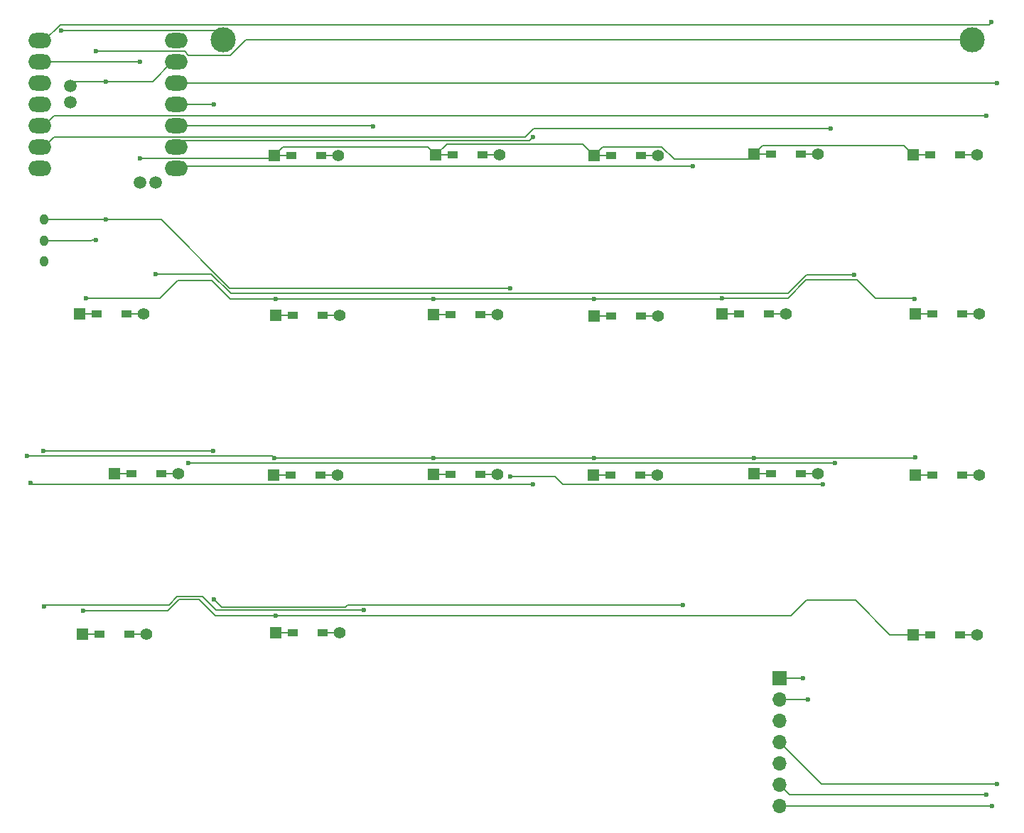
<source format=gbr>
%TF.GenerationSoftware,KiCad,Pcbnew,8.0.7*%
%TF.CreationDate,2025-02-16T08:40:01+09:00*%
%TF.ProjectId,cool642tb_R,636f6f6c-3634-4327-9462-5f522e6b6963,rev?*%
%TF.SameCoordinates,Original*%
%TF.FileFunction,Copper,L1,Top*%
%TF.FilePolarity,Positive*%
%FSLAX46Y46*%
G04 Gerber Fmt 4.6, Leading zero omitted, Abs format (unit mm)*
G04 Created by KiCad (PCBNEW 8.0.7) date 2025-02-16 08:40:01*
%MOMM*%
%LPD*%
G01*
G04 APERTURE LIST*
%TA.AperFunction,ComponentPad*%
%ADD10R,1.397000X1.397000*%
%TD*%
%TA.AperFunction,SMDPad,CuDef*%
%ADD11R,1.300000X0.950000*%
%TD*%
%TA.AperFunction,ComponentPad*%
%ADD12C,1.397000*%
%TD*%
%TA.AperFunction,ComponentPad*%
%ADD13O,1.000000X1.300000*%
%TD*%
%TA.AperFunction,ComponentPad*%
%ADD14C,1.500000*%
%TD*%
%TA.AperFunction,ComponentPad*%
%ADD15O,2.750000X1.800000*%
%TD*%
%TA.AperFunction,ComponentPad*%
%ADD16R,1.700000X1.700000*%
%TD*%
%TA.AperFunction,ComponentPad*%
%ADD17O,1.700000X1.700000*%
%TD*%
%TA.AperFunction,ComponentPad*%
%ADD18C,3.000000*%
%TD*%
%TA.AperFunction,ViaPad*%
%ADD19C,0.600000*%
%TD*%
%TA.AperFunction,Conductor*%
%ADD20C,0.200000*%
%TD*%
G04 APERTURE END LIST*
D10*
%TO.P,D7,1,K*%
%TO.N,Row2*%
X19340000Y-30010000D03*
D11*
X21375000Y-30010000D03*
%TO.P,D7,2,A*%
%TO.N,Net-(D7-A)*%
X24925000Y-30010000D03*
D12*
X26960000Y-30010000D03*
%TD*%
D10*
%TO.P,D11,1,K*%
%TO.N,Row2*%
X38370000Y-30100000D03*
D11*
X40405000Y-30100000D03*
%TO.P,D11,2,A*%
%TO.N,Net-(D11-A)*%
X43955000Y-30100000D03*
D12*
X45990000Y-30100000D03*
%TD*%
D10*
%TO.P,D20,1,K*%
%TO.N,Row3*%
X76510000Y-49200000D03*
D11*
X78545000Y-49200000D03*
%TO.P,D20,2,A*%
%TO.N,Net-(D20-A)*%
X82095000Y-49200000D03*
D12*
X84130000Y-49200000D03*
%TD*%
D10*
%TO.P,D13,1,K*%
%TO.N,Row0*%
X57500000Y8140000D03*
D11*
X59535000Y8140000D03*
%TO.P,D13,2,A*%
%TO.N,Net-(D13-A)*%
X63085000Y8140000D03*
D12*
X65120000Y8140000D03*
%TD*%
D13*
%TO.P,SW21,1,A*%
%TO.N,unconnected-(SW21-A-Pad1)*%
X-27070000Y-4670000D03*
%TO.P,SW21,2,B*%
%TO.N,Net-(BT1--)*%
X-27070000Y-2170000D03*
%TO.P,SW21,3,C*%
%TO.N,GND*%
X-27070000Y330000D03*
%TD*%
D10*
%TO.P,D15,1,K*%
%TO.N,Row2*%
X57500000Y-29950000D03*
D11*
X59535000Y-29950000D03*
%TO.P,D15,2,A*%
%TO.N,Net-(D15-A)*%
X63085000Y-29950000D03*
D12*
X65120000Y-29950000D03*
%TD*%
D10*
%TO.P,D1,1,K*%
%TO.N,Row0*%
X350000Y8000000D03*
D11*
X2385000Y8000000D03*
%TO.P,D1,2,A*%
%TO.N,Net-(D1-A)*%
X5935000Y8000000D03*
D12*
X7970000Y8000000D03*
%TD*%
D10*
%TO.P,D9,1,K*%
%TO.N,Row0*%
X38490000Y8000000D03*
D11*
X40525000Y8000000D03*
%TO.P,D9,2,A*%
%TO.N,Net-(D9-A)*%
X44075000Y8000000D03*
D12*
X46110000Y8000000D03*
%TD*%
D10*
%TO.P,D17,1,K*%
%TO.N,Row0*%
X76480000Y8060000D03*
D11*
X78515000Y8060000D03*
%TO.P,D17,2,A*%
%TO.N,Net-(D17-A)*%
X82065000Y8060000D03*
D12*
X84100000Y8060000D03*
%TD*%
D10*
%TO.P,D4,1,K*%
%TO.N,Row3*%
X-22850000Y-10950000D03*
D11*
X-20815000Y-10950000D03*
%TO.P,D4,2,A*%
%TO.N,Net-(D4-A)*%
X-17265000Y-10950000D03*
D12*
X-15230000Y-10950000D03*
%TD*%
D10*
%TO.P,D16,1,K*%
%TO.N,Row3*%
X520000Y-48970000D03*
D11*
X2555000Y-48970000D03*
%TO.P,D16,2,A*%
%TO.N,Net-(D16-A)*%
X6105000Y-48970000D03*
D12*
X8140000Y-48970000D03*
%TD*%
D10*
%TO.P,D3,1,K*%
%TO.N,Row2*%
X295000Y-30130000D03*
D11*
X2330000Y-30130000D03*
%TO.P,D3,2,A*%
%TO.N,Net-(D3-A)*%
X5880000Y-30130000D03*
D12*
X7915000Y-30130000D03*
%TD*%
D10*
%TO.P,D19,1,K*%
%TO.N,Row2*%
X76740000Y-30110000D03*
D11*
X78775000Y-30110000D03*
%TO.P,D19,2,A*%
%TO.N,Net-(D19-A)*%
X82325000Y-30110000D03*
D12*
X84360000Y-30110000D03*
%TD*%
D10*
%TO.P,D10,1,K*%
%TO.N,Row1*%
X38430000Y-11150000D03*
D11*
X40465000Y-11150000D03*
%TO.P,D10,2,A*%
%TO.N,Net-(D10-A)*%
X44015000Y-11150000D03*
D12*
X46050000Y-11150000D03*
%TD*%
D14*
%TO.P,U1,21,BATT-*%
%TO.N,GND*%
X-23915000Y16252000D03*
%TO.P,U1,20,BATT+*%
%TO.N,Bat*%
X-23915000Y14347000D03*
%TO.P,U1,16,NFC2_0.10*%
%TO.N,Col4*%
X-13755000Y4718000D03*
%TO.P,U1,15,NFC1_0.09*%
%TO.N,CS*%
X-15634600Y4718000D03*
D15*
%TO.P,U1,14,5V*%
%TO.N,VCC*%
X-11350000Y21650000D03*
%TO.P,U1,13,GND*%
%TO.N,GND*%
X-11350000Y19110000D03*
%TO.P,U1,12,3V3*%
%TO.N,3.3V*%
X-11350000Y16570000D03*
%TO.P,U1,11,P1.15_D10_MOSI*%
%TO.N,Col0*%
X-11350000Y14030000D03*
%TO.P,U1,10,P1.14_D9_MISO*%
%TO.N,Col1*%
X-11350000Y11490000D03*
%TO.P,U1,9,P1.13_D8_SCK*%
%TO.N,Col2*%
X-11350000Y8950000D03*
%TO.P,U1,8,P1.12_D7_RX*%
%TO.N,Col3*%
X-11350000Y6410000D03*
%TO.P,U1,7,P1.11_D6_TX*%
%TO.N,Row3*%
X-27590000Y6410000D03*
%TO.P,U1,6,P0.05_A5_D5_SCL*%
%TO.N,SCLK*%
X-27590000Y8950000D03*
%TO.P,U1,5,P0.04_A4_D4_SDA*%
%TO.N,SDIO*%
X-27590000Y11490000D03*
%TO.P,U1,4,P0.29_A3_D3*%
%TO.N,Row2*%
X-27590000Y14030000D03*
%TO.P,U1,3,P0.28_A2_D2*%
%TO.N,Row1*%
X-27590000Y16570000D03*
%TO.P,U1,2,P0.03_A1_D1*%
%TO.N,Row0*%
X-27590000Y19110000D03*
%TO.P,U1,1,P0.02_A0_D0*%
%TO.N,MOTION*%
X-27590000Y21650000D03*
%TD*%
D10*
%TO.P,D2,1,K*%
%TO.N,Row1*%
X500000Y-11080000D03*
D11*
X2535000Y-11080000D03*
%TO.P,D2,2,A*%
%TO.N,Net-(D2-A)*%
X6085000Y-11080000D03*
D12*
X8120000Y-11080000D03*
%TD*%
D16*
%TO.P,J1,1,SCLK*%
%TO.N,SCLK*%
X60590000Y-54350000D03*
D17*
%TO.P,J1,2,nCS*%
%TO.N,CS*%
X60590000Y-56890000D03*
%TO.P,J1,3,GND*%
%TO.N,GND*%
X60590000Y-59430000D03*
%TO.P,J1,4,Vin*%
%TO.N,3.3V*%
X60590000Y-61970000D03*
%TO.P,J1,5,nc*%
%TO.N,unconnected-(J1-nc-Pad5)*%
X60590000Y-64510000D03*
%TO.P,J1,6,SDIO*%
%TO.N,SDIO*%
X60590000Y-67050000D03*
%TO.P,J1,7,MOTION*%
%TO.N,MOTION*%
X60590000Y-69590000D03*
%TD*%
D10*
%TO.P,D6,1,K*%
%TO.N,Row1*%
X19340000Y-10980000D03*
D11*
X21375000Y-10980000D03*
%TO.P,D6,2,A*%
%TO.N,Net-(D6-A)*%
X24925000Y-10980000D03*
D12*
X26960000Y-10980000D03*
%TD*%
D10*
%TO.P,D8,1,K*%
%TO.N,Row3*%
X-18680000Y-29980000D03*
D11*
X-16645000Y-29980000D03*
%TO.P,D8,2,A*%
%TO.N,Net-(D8-A)*%
X-13095000Y-29980000D03*
D12*
X-11060000Y-29980000D03*
%TD*%
D10*
%TO.P,D14,1,K*%
%TO.N,Row1*%
X53680000Y-10930000D03*
D11*
X55715000Y-10930000D03*
%TO.P,D14,2,A*%
%TO.N,Net-(D14-A)*%
X59265000Y-10930000D03*
D12*
X61300000Y-10930000D03*
%TD*%
D10*
%TO.P,D12,1,K*%
%TO.N,Row3*%
X-22500000Y-49140000D03*
D11*
X-20465000Y-49140000D03*
%TO.P,D12,2,A*%
%TO.N,Net-(D12-A)*%
X-16915000Y-49140000D03*
D12*
X-14880000Y-49140000D03*
%TD*%
D10*
%TO.P,D5,1,K*%
%TO.N,Row0*%
X19600000Y8040000D03*
D11*
X21635000Y8040000D03*
%TO.P,D5,2,A*%
%TO.N,Net-(D5-A)*%
X25185000Y8040000D03*
D12*
X27220000Y8040000D03*
%TD*%
D10*
%TO.P,D18,1,K*%
%TO.N,Row1*%
X76730000Y-10920000D03*
D11*
X78765000Y-10920000D03*
%TO.P,D18,2,A*%
%TO.N,Net-(D18-A)*%
X82315000Y-10920000D03*
D12*
X84350000Y-10920000D03*
%TD*%
D18*
%TO.P,BT1,1,+*%
%TO.N,Bat*%
X-5730000Y21730000D03*
%TO.P,BT1,2,-*%
%TO.N,Net-(BT1--)*%
X83540000Y21770000D03*
%TD*%
D19*
%TO.N,SDIO*%
X85180000Y12690000D03*
%TO.N,Row2*%
X-29120000Y-27840000D03*
%TO.N,Row0*%
X-15660000Y7650000D03*
X-15660000Y19160000D03*
%TO.N,GND*%
X-19710000Y16800000D03*
X-19700000Y330000D03*
%TO.N,Net-(BT1--)*%
X-20910000Y-2100000D03*
X-20880000Y20410000D03*
%TO.N,Bat*%
X-25040000Y22850000D03*
%TO.N,3.3V*%
X86480000Y16630000D03*
%TO.N,Col0*%
X-6860000Y14050000D03*
%TO.N,Col1*%
X12110000Y11420000D03*
%TO.N,Col2*%
X31160000Y10190000D03*
%TO.N,Col3*%
X50250000Y6670000D03*
%TO.N,Col4*%
X-13750000Y-6160000D03*
%TO.N,MOTION*%
X85780000Y23850000D03*
%TO.N,Row1*%
X76650000Y-9160000D03*
X53670000Y-9040000D03*
X510000Y-9100000D03*
X-22060000Y-9070000D03*
X38450000Y-9100000D03*
X19340000Y-9100000D03*
%TO.N,Row2*%
X340000Y-28070000D03*
X38470000Y-28070000D03*
X19360000Y-28070000D03*
X76720000Y-28030000D03*
X57530000Y-28070000D03*
%TO.N,Row3*%
X560000Y-46930000D03*
X-22450000Y-46340000D03*
%TO.N,GND*%
X65680000Y-31230000D03*
X28480000Y-7840000D03*
X28470000Y-30300000D03*
%TO.N,CS*%
X63910000Y-56860000D03*
X67120000Y-28720000D03*
X-9850000Y-28700000D03*
%TO.N,SCLK*%
X66680000Y11170000D03*
X63310000Y-54390000D03*
%TO.N,MOTION*%
X85880000Y-69630000D03*
%TO.N,3.3V*%
X86460000Y-66960000D03*
%TO.N,SDIO*%
X85180000Y-68240000D03*
%TO.N,Col0*%
X-27130000Y-27240000D03*
X-6900000Y-27240000D03*
%TO.N,Col1*%
X-27100000Y-45810000D03*
X11050000Y-46230000D03*
%TO.N,Col2*%
X-28700000Y-31100000D03*
X31200000Y-31240000D03*
%TO.N,Col3*%
X-6850000Y-44940000D03*
X49020000Y-45640000D03*
%TO.N,Col4*%
X69430000Y-6240000D03*
%TD*%
D20*
%TO.N,SDIO*%
X-25890000Y12690000D02*
X85180000Y12690000D01*
X-27090000Y11490000D02*
X-25890000Y12690000D01*
%TO.N,SCLK*%
X-27090000Y8950000D02*
X-25880000Y10160000D01*
X31291471Y11170000D02*
X66680000Y11170000D01*
X-25880000Y10160000D02*
X30281471Y10160000D01*
X30281471Y10160000D02*
X31291471Y11170000D01*
%TO.N,Row2*%
X-29120000Y-27840000D02*
X110000Y-27840000D01*
X110000Y-27840000D02*
X340000Y-28070000D01*
%TO.N,Row0*%
X-27090000Y19110000D02*
X-15710000Y19110000D01*
X-15710000Y19110000D02*
X-15660000Y19160000D01*
X-15660000Y7650000D02*
X0Y7650000D01*
X0Y7650000D02*
X350000Y8000000D01*
%TO.N,GND*%
X-23367000Y16800000D02*
X-19710000Y16800000D01*
X-19710000Y16800000D02*
X-19640000Y16800000D01*
X-19640000Y16800000D02*
X-14160000Y16800000D01*
X-23915000Y16252000D02*
X-23367000Y16800000D01*
X-14160000Y16800000D02*
X-11850000Y19110000D01*
X-27070000Y330000D02*
X-19700000Y330000D01*
X-19700000Y330000D02*
X-13114314Y330000D01*
X-13114314Y330000D02*
X-4944314Y-7840000D01*
X-4944314Y-7840000D02*
X28480000Y-7840000D01*
%TO.N,Net-(BT1--)*%
X-3070000Y21770000D02*
X-4910000Y19930000D01*
X83540000Y21770000D02*
X-3070000Y21770000D01*
X-4910000Y19930000D02*
X-9857944Y19930000D01*
X-9857944Y19930000D02*
X-10337944Y20410000D01*
X-10337944Y20410000D02*
X-20880000Y20410000D01*
X-20910000Y-2100000D02*
X-21410000Y-2100000D01*
X-21410000Y-2100000D02*
X-21480000Y-2170000D01*
X-21480000Y-2170000D02*
X-27070000Y-2170000D01*
%TO.N,MOTION*%
X-27090000Y21650000D02*
X-25170000Y23570000D01*
X-25170000Y23570000D02*
X85500000Y23570000D01*
X85500000Y23570000D02*
X85780000Y23850000D01*
%TO.N,Bat*%
X-6850000Y22850000D02*
X-25040000Y22850000D01*
X-5730000Y21730000D02*
X-6850000Y22850000D01*
%TO.N,3.3V*%
X-11850000Y16570000D02*
X86420000Y16570000D01*
X86420000Y16570000D02*
X86480000Y16630000D01*
%TO.N,Col0*%
X-6880000Y14030000D02*
X-6860000Y14050000D01*
X-11850000Y14030000D02*
X-6880000Y14030000D01*
%TO.N,Col1*%
X12040000Y11490000D02*
X12110000Y11420000D01*
X-11850000Y11490000D02*
X12040000Y11490000D01*
%TO.N,Col2*%
X30730000Y9760000D02*
X31160000Y10190000D01*
X-11040000Y9760000D02*
X30730000Y9760000D01*
X-11850000Y8950000D02*
X-11040000Y9760000D01*
%TO.N,Col3*%
X-11850000Y6410000D02*
X-11580000Y6680000D01*
X50240000Y6680000D02*
X50250000Y6670000D01*
X-11580000Y6680000D02*
X50240000Y6680000D01*
%TO.N,Col4*%
X-13750000Y-6160000D02*
X-7190000Y-6160000D01*
%TO.N,Net-(BT1--)*%
X82040000Y21770000D02*
X83540000Y21770000D01*
%TO.N,Net-(D1-A)*%
X7970000Y8000000D02*
X5935000Y8000000D01*
%TO.N,Row0*%
X20920000Y9360000D02*
X19600000Y8040000D01*
X48002093Y7520000D02*
X46523593Y8998500D01*
X39488500Y8998500D02*
X38490000Y8000000D01*
X76480000Y8060000D02*
X78515000Y8060000D01*
X37130000Y9360000D02*
X20920000Y9360000D01*
X57500000Y8140000D02*
X59535000Y8140000D01*
X1350000Y9000000D02*
X18640000Y9000000D01*
X350000Y8000000D02*
X2385000Y8000000D01*
X38490000Y8000000D02*
X40525000Y8000000D01*
X56880000Y7520000D02*
X48002093Y7520000D01*
X18640000Y9000000D02*
X19600000Y8040000D01*
X76480000Y8060000D02*
X75401500Y9138500D01*
X75401500Y9138500D02*
X58498500Y9138500D01*
X350000Y8000000D02*
X1350000Y9000000D01*
X19600000Y8040000D02*
X21635000Y8040000D01*
X57500000Y8140000D02*
X56880000Y7520000D01*
X46523593Y8998500D02*
X39488500Y8998500D01*
X38490000Y8000000D02*
X37130000Y9360000D01*
X58498500Y9138500D02*
X57500000Y8140000D01*
%TO.N,Net-(D2-A)*%
X8120000Y-11080000D02*
X6085000Y-11080000D01*
%TO.N,Row1*%
X19340000Y-10980000D02*
X21375000Y-10980000D01*
X-13297679Y-9070000D02*
X-11150000Y-6922321D01*
X-7070000Y-6922321D02*
X-4892321Y-9100000D01*
X19340000Y-9100000D02*
X38450000Y-9100000D01*
X-4892321Y-9100000D02*
X510000Y-9100000D01*
X69760000Y-6862321D02*
X63710000Y-6862321D01*
X76570000Y-9080000D02*
X71977679Y-9080000D01*
X53680000Y-10930000D02*
X55715000Y-10930000D01*
X510000Y-9100000D02*
X19340000Y-9100000D01*
X2535000Y-11080000D02*
X500000Y-11080000D01*
X61532321Y-9040000D02*
X63710000Y-6862321D01*
X71977679Y-9080000D02*
X69760000Y-6862321D01*
X76730000Y-10920000D02*
X78765000Y-10920000D01*
X-11150000Y-6922321D02*
X-7070000Y-6922321D01*
X76650000Y-9160000D02*
X76570000Y-9080000D01*
X-22060000Y-9070000D02*
X-13297679Y-9070000D01*
X38430000Y-11150000D02*
X40465000Y-11150000D01*
X53670000Y-9040000D02*
X61532321Y-9040000D01*
X53610000Y-9100000D02*
X53670000Y-9040000D01*
X38450000Y-9100000D02*
X53610000Y-9100000D01*
%TO.N,Net-(D3-A)*%
X7915000Y-30130000D02*
X5880000Y-30130000D01*
%TO.N,Row2*%
X76740000Y-30110000D02*
X78775000Y-30110000D01*
X38370000Y-30100000D02*
X40405000Y-30100000D01*
X76680000Y-28070000D02*
X76720000Y-28030000D01*
X57530000Y-28070000D02*
X76680000Y-28070000D01*
X38470000Y-28070000D02*
X57530000Y-28070000D01*
X19340000Y-30010000D02*
X21375000Y-30010000D01*
X19360000Y-28070000D02*
X38470000Y-28070000D01*
X57500000Y-29950000D02*
X59535000Y-29950000D01*
X295000Y-30130000D02*
X2330000Y-30130000D01*
X340000Y-28070000D02*
X19360000Y-28070000D01*
%TO.N,Net-(D4-A)*%
X-15230000Y-10950000D02*
X-17265000Y-10950000D01*
%TO.N,Row3*%
X560000Y-46930000D02*
X-6644004Y-46930000D01*
X-22850000Y-10950000D02*
X-20815000Y-10950000D01*
X76510000Y-49200000D02*
X78545000Y-49200000D01*
X-8581683Y-44992321D02*
X-11002321Y-44992321D01*
X-11002321Y-44992321D02*
X-12350000Y-46340000D01*
X-18680000Y-29980000D02*
X-16645000Y-29980000D01*
X560000Y-46930000D02*
X61932321Y-46930000D01*
X-12350000Y-46340000D02*
X-22450000Y-46340000D01*
X63800000Y-45062321D02*
X69580000Y-45062321D01*
X-22500000Y-49140000D02*
X-20465000Y-49140000D01*
X61932321Y-46930000D02*
X63800000Y-45062321D01*
X76510000Y-49200000D02*
X73717679Y-49200000D01*
X73717679Y-49200000D02*
X69580000Y-45062321D01*
X520000Y-48970000D02*
X2555000Y-48970000D01*
X-6644004Y-46930000D02*
X-8581683Y-44992321D01*
%TO.N,Net-(D5-A)*%
X27220000Y8040000D02*
X25185000Y8040000D01*
%TO.N,Net-(D6-A)*%
X26960000Y-10980000D02*
X24925000Y-10980000D01*
%TO.N,Net-(D7-A)*%
X26960000Y-30010000D02*
X24925000Y-30010000D01*
%TO.N,Net-(D8-A)*%
X-11060000Y-29980000D02*
X-13095000Y-29980000D01*
%TO.N,Net-(D9-A)*%
X46110000Y8000000D02*
X44075000Y8000000D01*
%TO.N,Net-(D10-A)*%
X46050000Y-11150000D02*
X44015000Y-11150000D01*
%TO.N,Net-(D11-A)*%
X45990000Y-30100000D02*
X43955000Y-30100000D01*
%TO.N,Net-(D12-A)*%
X-14880000Y-49140000D02*
X-16915000Y-49140000D01*
%TO.N,Net-(D13-A)*%
X65120000Y8140000D02*
X63085000Y8140000D01*
%TO.N,Net-(D14-A)*%
X61300000Y-10930000D02*
X59265000Y-10930000D01*
%TO.N,Net-(D15-A)*%
X65120000Y-29950000D02*
X63085000Y-29950000D01*
%TO.N,Net-(D16-A)*%
X8140000Y-48970000D02*
X6105000Y-48970000D01*
%TO.N,Net-(D17-A)*%
X84100000Y8060000D02*
X82065000Y8060000D01*
%TO.N,Net-(D18-A)*%
X84350000Y-10920000D02*
X82315000Y-10920000D01*
%TO.N,GND*%
X65680000Y-31230000D02*
X34770000Y-31230000D01*
X33840000Y-30300000D02*
X28470000Y-30300000D01*
X34770000Y-31230000D02*
X33840000Y-30300000D01*
%TO.N,CS*%
X-9850000Y-28700000D02*
X65680000Y-28700000D01*
X63910000Y-56860000D02*
X63580000Y-56860000D01*
X67120000Y-28720000D02*
X65700000Y-28720000D01*
X65700000Y-28720000D02*
X65680000Y-28700000D01*
X63580000Y-56860000D02*
X63550000Y-56890000D01*
X63550000Y-56890000D02*
X60590000Y-56890000D01*
%TO.N,SCLK*%
X66650000Y11200000D02*
X66680000Y11170000D01*
X63270000Y-54350000D02*
X60590000Y-54350000D01*
X63310000Y-54390000D02*
X63270000Y-54350000D01*
%TO.N,MOTION*%
X85350000Y-69630000D02*
X85310000Y-69590000D01*
X85310000Y-69590000D02*
X60590000Y-69590000D01*
X85880000Y-69630000D02*
X85350000Y-69630000D01*
%TO.N,3.3V*%
X86460000Y-66960000D02*
X65580000Y-66960000D01*
X65580000Y-66960000D02*
X60590000Y-61970000D01*
%TO.N,SDIO*%
X61780000Y-68240000D02*
X60590000Y-67050000D01*
X85180000Y-68240000D02*
X61780000Y-68240000D01*
%TO.N,Net-(D19-A)*%
X84360000Y-30110000D02*
X82325000Y-30110000D01*
%TO.N,Col0*%
X-27130000Y-27240000D02*
X-6900000Y-27240000D01*
%TO.N,Col1*%
X-8237679Y-44592321D02*
X-11202321Y-44592321D01*
X-11202321Y-44592321D02*
X-12210000Y-45600000D01*
X-12210000Y-45600000D02*
X-26890000Y-45600000D01*
X11020000Y-46260000D02*
X-6570000Y-46260000D01*
X-26890000Y-45600000D02*
X-27100000Y-45810000D01*
X11050000Y-46230000D02*
X11020000Y-46260000D01*
X-6570000Y-46260000D02*
X-8237679Y-44592321D01*
%TO.N,Col2*%
X-28560000Y-31240000D02*
X-28700000Y-31100000D01*
X31200000Y-31240000D02*
X-28560000Y-31240000D01*
%TO.N,Col3*%
X11990000Y-45640000D02*
X49020000Y-45640000D01*
X9070000Y-45630000D02*
X11980000Y-45630000D01*
X8840000Y-45860000D02*
X9070000Y-45630000D01*
X-6850000Y-44940000D02*
X-5930000Y-45860000D01*
X11980000Y-45630000D02*
X11990000Y-45640000D01*
X-5930000Y-45860000D02*
X8840000Y-45860000D01*
%TO.N,Col4*%
X63766635Y-6240000D02*
X69430000Y-6240000D01*
X-4850000Y-8500000D02*
X-4790000Y-8440000D01*
X-7190000Y-6160000D02*
X-4850000Y-8500000D01*
X-4790000Y-8440000D02*
X61566635Y-8440000D01*
X61566635Y-8440000D02*
X63766635Y-6240000D01*
%TO.N,Net-(D20-A)*%
X84130000Y-49200000D02*
X82095000Y-49200000D01*
%TD*%
M02*

</source>
